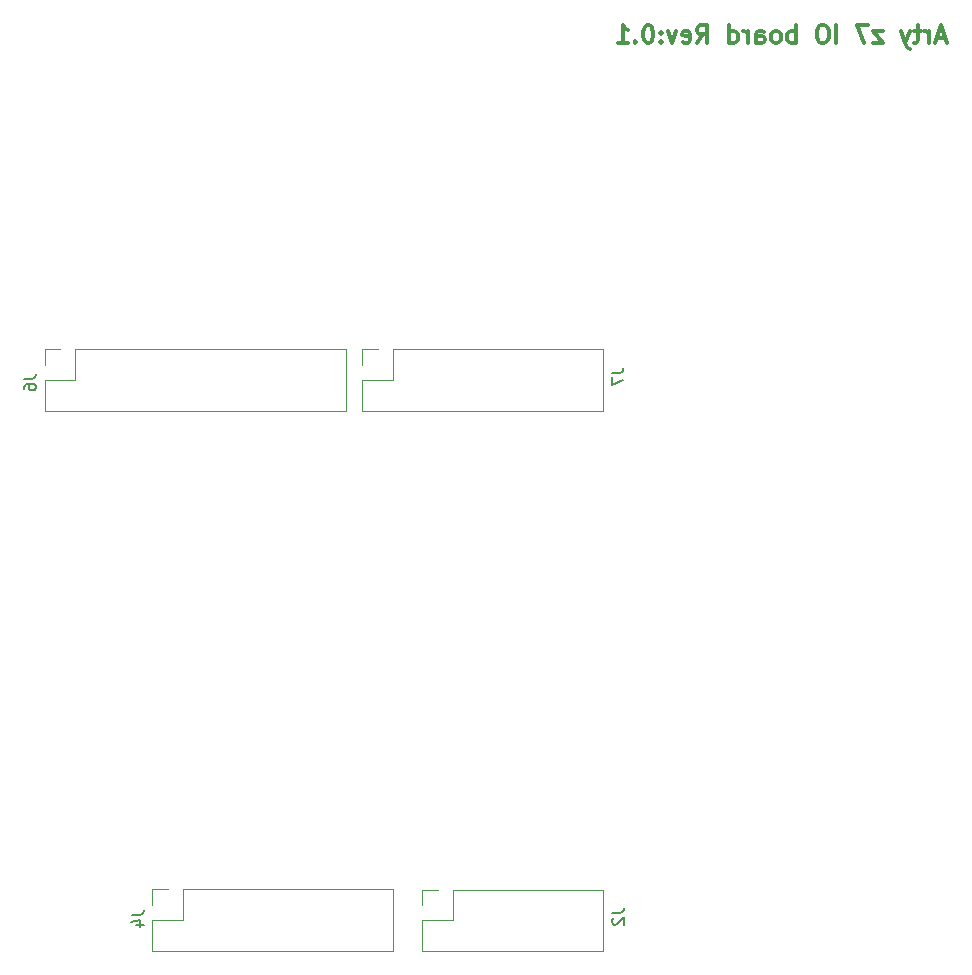
<source format=gbr>
%TF.GenerationSoftware,KiCad,Pcbnew,(6.0.9)*%
%TF.CreationDate,2022-12-28T12:51:09+01:00*%
%TF.ProjectId,Driver,44726976-6572-42e6-9b69-6361645f7063,0.1*%
%TF.SameCoordinates,Original*%
%TF.FileFunction,Legend,Bot*%
%TF.FilePolarity,Positive*%
%FSLAX46Y46*%
G04 Gerber Fmt 4.6, Leading zero omitted, Abs format (unit mm)*
G04 Created by KiCad (PCBNEW (6.0.9)) date 2022-12-28 12:51:09*
%MOMM*%
%LPD*%
G01*
G04 APERTURE LIST*
%ADD10C,0.300000*%
%ADD11C,0.150000*%
%ADD12C,0.120000*%
G04 APERTURE END LIST*
D10*
X217357142Y-53250000D02*
X216642857Y-53250000D01*
X217500000Y-53678571D02*
X217000000Y-52178571D01*
X216500000Y-53678571D01*
X216000000Y-53678571D02*
X216000000Y-52678571D01*
X216000000Y-52964285D02*
X215928571Y-52821428D01*
X215857142Y-52750000D01*
X215714285Y-52678571D01*
X215571428Y-52678571D01*
X215285714Y-52678571D02*
X214714285Y-52678571D01*
X215071428Y-52178571D02*
X215071428Y-53464285D01*
X215000000Y-53607142D01*
X214857142Y-53678571D01*
X214714285Y-53678571D01*
X214357142Y-52678571D02*
X214000000Y-53678571D01*
X213642857Y-52678571D02*
X214000000Y-53678571D01*
X214142857Y-54035714D01*
X214214285Y-54107142D01*
X214357142Y-54178571D01*
X212071428Y-52678571D02*
X211285714Y-52678571D01*
X212071428Y-53678571D01*
X211285714Y-53678571D01*
X210857142Y-52178571D02*
X209857142Y-52178571D01*
X210500000Y-53678571D01*
X208142857Y-53678571D02*
X208142857Y-52178571D01*
X207142857Y-52178571D02*
X206857142Y-52178571D01*
X206714285Y-52250000D01*
X206571428Y-52392857D01*
X206500000Y-52678571D01*
X206500000Y-53178571D01*
X206571428Y-53464285D01*
X206714285Y-53607142D01*
X206857142Y-53678571D01*
X207142857Y-53678571D01*
X207285714Y-53607142D01*
X207428571Y-53464285D01*
X207500000Y-53178571D01*
X207500000Y-52678571D01*
X207428571Y-52392857D01*
X207285714Y-52250000D01*
X207142857Y-52178571D01*
X204714285Y-53678571D02*
X204714285Y-52178571D01*
X204714285Y-52750000D02*
X204571428Y-52678571D01*
X204285714Y-52678571D01*
X204142857Y-52750000D01*
X204071428Y-52821428D01*
X204000000Y-52964285D01*
X204000000Y-53392857D01*
X204071428Y-53535714D01*
X204142857Y-53607142D01*
X204285714Y-53678571D01*
X204571428Y-53678571D01*
X204714285Y-53607142D01*
X203142857Y-53678571D02*
X203285714Y-53607142D01*
X203357142Y-53535714D01*
X203428571Y-53392857D01*
X203428571Y-52964285D01*
X203357142Y-52821428D01*
X203285714Y-52750000D01*
X203142857Y-52678571D01*
X202928571Y-52678571D01*
X202785714Y-52750000D01*
X202714285Y-52821428D01*
X202642857Y-52964285D01*
X202642857Y-53392857D01*
X202714285Y-53535714D01*
X202785714Y-53607142D01*
X202928571Y-53678571D01*
X203142857Y-53678571D01*
X201357142Y-53678571D02*
X201357142Y-52892857D01*
X201428571Y-52750000D01*
X201571428Y-52678571D01*
X201857142Y-52678571D01*
X202000000Y-52750000D01*
X201357142Y-53607142D02*
X201500000Y-53678571D01*
X201857142Y-53678571D01*
X202000000Y-53607142D01*
X202071428Y-53464285D01*
X202071428Y-53321428D01*
X202000000Y-53178571D01*
X201857142Y-53107142D01*
X201500000Y-53107142D01*
X201357142Y-53035714D01*
X200642857Y-53678571D02*
X200642857Y-52678571D01*
X200642857Y-52964285D02*
X200571428Y-52821428D01*
X200500000Y-52750000D01*
X200357142Y-52678571D01*
X200214285Y-52678571D01*
X199071428Y-53678571D02*
X199071428Y-52178571D01*
X199071428Y-53607142D02*
X199214285Y-53678571D01*
X199500000Y-53678571D01*
X199642857Y-53607142D01*
X199714285Y-53535714D01*
X199785714Y-53392857D01*
X199785714Y-52964285D01*
X199714285Y-52821428D01*
X199642857Y-52750000D01*
X199500000Y-52678571D01*
X199214285Y-52678571D01*
X199071428Y-52750000D01*
X196357142Y-53678571D02*
X196857142Y-52964285D01*
X197214285Y-53678571D02*
X197214285Y-52178571D01*
X196642857Y-52178571D01*
X196500000Y-52250000D01*
X196428571Y-52321428D01*
X196357142Y-52464285D01*
X196357142Y-52678571D01*
X196428571Y-52821428D01*
X196500000Y-52892857D01*
X196642857Y-52964285D01*
X197214285Y-52964285D01*
X195142857Y-53607142D02*
X195285714Y-53678571D01*
X195571428Y-53678571D01*
X195714285Y-53607142D01*
X195785714Y-53464285D01*
X195785714Y-52892857D01*
X195714285Y-52750000D01*
X195571428Y-52678571D01*
X195285714Y-52678571D01*
X195142857Y-52750000D01*
X195071428Y-52892857D01*
X195071428Y-53035714D01*
X195785714Y-53178571D01*
X194571428Y-52678571D02*
X194214285Y-53678571D01*
X193857142Y-52678571D01*
X193285714Y-53535714D02*
X193214285Y-53607142D01*
X193285714Y-53678571D01*
X193357142Y-53607142D01*
X193285714Y-53535714D01*
X193285714Y-53678571D01*
X193285714Y-52750000D02*
X193214285Y-52821428D01*
X193285714Y-52892857D01*
X193357142Y-52821428D01*
X193285714Y-52750000D01*
X193285714Y-52892857D01*
X192285714Y-52178571D02*
X192142857Y-52178571D01*
X192000000Y-52250000D01*
X191928571Y-52321428D01*
X191857142Y-52464285D01*
X191785714Y-52750000D01*
X191785714Y-53107142D01*
X191857142Y-53392857D01*
X191928571Y-53535714D01*
X192000000Y-53607142D01*
X192142857Y-53678571D01*
X192285714Y-53678571D01*
X192428571Y-53607142D01*
X192500000Y-53535714D01*
X192571428Y-53392857D01*
X192642857Y-53107142D01*
X192642857Y-52750000D01*
X192571428Y-52464285D01*
X192500000Y-52321428D01*
X192428571Y-52250000D01*
X192285714Y-52178571D01*
X191142857Y-53535714D02*
X191071428Y-53607142D01*
X191142857Y-53678571D01*
X191214285Y-53607142D01*
X191142857Y-53535714D01*
X191142857Y-53678571D01*
X189642857Y-53678571D02*
X190500000Y-53678571D01*
X190071428Y-53678571D02*
X190071428Y-52178571D01*
X190214285Y-52392857D01*
X190357142Y-52535714D01*
X190500000Y-52607142D01*
D11*
%TO.C,J4*%
X148512380Y-127476666D02*
X149226666Y-127476666D01*
X149369523Y-127429047D01*
X149464761Y-127333809D01*
X149512380Y-127190952D01*
X149512380Y-127095714D01*
X148845714Y-128381428D02*
X149512380Y-128381428D01*
X148464761Y-128143333D02*
X149179047Y-127905238D01*
X149179047Y-128524285D01*
%TO.C,J7*%
X189122380Y-81606666D02*
X189836666Y-81606666D01*
X189979523Y-81559047D01*
X190074761Y-81463809D01*
X190122380Y-81320952D01*
X190122380Y-81225714D01*
X189122380Y-81987619D02*
X189122380Y-82654285D01*
X190122380Y-82225714D01*
%TO.C,J6*%
X139372380Y-82106666D02*
X140086666Y-82106666D01*
X140229523Y-82059047D01*
X140324761Y-81963809D01*
X140372380Y-81820952D01*
X140372380Y-81725714D01*
X139372380Y-83011428D02*
X139372380Y-82820952D01*
X139420000Y-82725714D01*
X139467619Y-82678095D01*
X139610476Y-82582857D01*
X139800952Y-82535238D01*
X140181904Y-82535238D01*
X140277142Y-82582857D01*
X140324761Y-82630476D01*
X140372380Y-82725714D01*
X140372380Y-82916190D01*
X140324761Y-83011428D01*
X140277142Y-83059047D01*
X140181904Y-83106666D01*
X139943809Y-83106666D01*
X139848571Y-83059047D01*
X139800952Y-83011428D01*
X139753333Y-82916190D01*
X139753333Y-82725714D01*
X139800952Y-82630476D01*
X139848571Y-82582857D01*
X139943809Y-82535238D01*
%TO.C,J2*%
X189152380Y-127336666D02*
X189866666Y-127336666D01*
X190009523Y-127289047D01*
X190104761Y-127193809D01*
X190152380Y-127050952D01*
X190152380Y-126955714D01*
X189247619Y-127765238D02*
X189200000Y-127812857D01*
X189152380Y-127908095D01*
X189152380Y-128146190D01*
X189200000Y-128241428D01*
X189247619Y-128289047D01*
X189342857Y-128336666D01*
X189438095Y-128336666D01*
X189580952Y-128289047D01*
X190152380Y-127717619D01*
X190152380Y-128336666D01*
D12*
%TO.C,J4*%
X150210000Y-125350000D02*
X150210000Y-126680000D01*
X151540000Y-125350000D02*
X150210000Y-125350000D01*
X150210000Y-127950000D02*
X150210000Y-130550000D01*
X170650000Y-125350000D02*
X170650000Y-130550000D01*
X152810000Y-125350000D02*
X152810000Y-127950000D01*
X150210000Y-130550000D02*
X170650000Y-130550000D01*
X152810000Y-125350000D02*
X170650000Y-125350000D01*
X152810000Y-127950000D02*
X150210000Y-127950000D01*
%TO.C,J7*%
X170590000Y-82230000D02*
X167990000Y-82230000D01*
X170590000Y-79630000D02*
X188430000Y-79630000D01*
X167990000Y-84830000D02*
X188430000Y-84830000D01*
X170590000Y-79630000D02*
X170590000Y-82230000D01*
X188430000Y-79630000D02*
X188430000Y-84830000D01*
X167990000Y-82230000D02*
X167990000Y-84830000D01*
X169320000Y-79630000D02*
X167990000Y-79630000D01*
X167990000Y-79630000D02*
X167990000Y-80960000D01*
%TO.C,J6*%
X141120000Y-84830000D02*
X166640000Y-84830000D01*
X143720000Y-79630000D02*
X143720000Y-82230000D01*
X142450000Y-79630000D02*
X141120000Y-79630000D01*
X141120000Y-82230000D02*
X141120000Y-84830000D01*
X166640000Y-79630000D02*
X166640000Y-84830000D01*
X141120000Y-79630000D02*
X141120000Y-80960000D01*
X143720000Y-79630000D02*
X166640000Y-79630000D01*
X143720000Y-82230000D02*
X141120000Y-82230000D01*
%TO.C,J2*%
X175670000Y-125370000D02*
X175670000Y-127970000D01*
X173070000Y-127970000D02*
X173070000Y-130570000D01*
X174400000Y-125370000D02*
X173070000Y-125370000D01*
X173070000Y-125370000D02*
X173070000Y-126700000D01*
X188430000Y-125370000D02*
X188430000Y-130570000D01*
X175670000Y-125370000D02*
X188430000Y-125370000D01*
X175670000Y-127970000D02*
X173070000Y-127970000D01*
X173070000Y-130570000D02*
X188430000Y-130570000D01*
%TD*%
M02*

</source>
